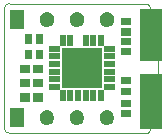
<source format=gbs>
G04 #@! TF.FileFunction,Soldermask,Bot*
%FSLAX46Y46*%
G04 Gerber Fmt 4.6, Leading zero omitted, Abs format (unit mm)*
G04 Created by KiCad (PCBNEW 4.0.2+e4-6225~38~ubuntu14.04.1-stable) date Wed Aug  3 13:30:16 2016*
%MOMM*%
G01*
G04 APERTURE LIST*
%ADD10C,0.350000*%
%ADD11C,0.050000*%
%ADD12C,0.100000*%
G04 APERTURE END LIST*
D10*
D11*
X17450000Y-18000000D02*
G75*
G03X17000000Y-18470000I10000J-460000D01*
G01*
X17000000Y-28550000D02*
G75*
G03X17470000Y-29000000I460000J10000D01*
G01*
X17000000Y-18480000D02*
X17000000Y-28530000D01*
X29000000Y-18000000D02*
X17460000Y-18000000D01*
X17460000Y-29000000D02*
X29000000Y-29000000D01*
X30000000Y-23500000D02*
X30000000Y-23370000D01*
X30000000Y-23370000D02*
X30000000Y-23230000D01*
X30000000Y-23230000D02*
X30000000Y-23100000D01*
X30000000Y-23100000D02*
X30000000Y-22960000D01*
X30000000Y-22960000D02*
X29990000Y-22830000D01*
X29990000Y-22830000D02*
X29990000Y-22690000D01*
X29990000Y-22690000D02*
X29990000Y-22560000D01*
X29990000Y-22560000D02*
X29980000Y-22430000D01*
X29980000Y-22430000D02*
X29980000Y-22290000D01*
X29980000Y-22290000D02*
X29970000Y-22160000D01*
X29970000Y-22160000D02*
X29960000Y-22030000D01*
X29960000Y-22030000D02*
X29960000Y-21900000D01*
X29960000Y-21900000D02*
X29950000Y-21770000D01*
X29950000Y-21770000D02*
X29940000Y-21650000D01*
X29940000Y-21650000D02*
X29930000Y-21520000D01*
X29930000Y-21520000D02*
X29920000Y-21400000D01*
X29920000Y-21400000D02*
X29910000Y-21270000D01*
X29910000Y-21270000D02*
X29900000Y-21150000D01*
X29900000Y-21150000D02*
X29890000Y-21030000D01*
X29890000Y-21030000D02*
X29880000Y-20910000D01*
X29880000Y-20910000D02*
X29870000Y-20790000D01*
X29870000Y-20790000D02*
X29860000Y-20670000D01*
X29860000Y-20670000D02*
X29840000Y-20560000D01*
X29840000Y-20560000D02*
X29830000Y-20440000D01*
X29830000Y-20440000D02*
X29820000Y-20330000D01*
X29820000Y-20330000D02*
X29800000Y-20220000D01*
X29800000Y-20220000D02*
X29790000Y-20120000D01*
X29790000Y-20120000D02*
X29770000Y-20010000D01*
X29770000Y-20010000D02*
X29760000Y-19910000D01*
X29760000Y-19910000D02*
X29740000Y-19810000D01*
X29740000Y-19810000D02*
X29720000Y-19710000D01*
X29720000Y-19710000D02*
X29710000Y-19610000D01*
X29710000Y-19610000D02*
X29690000Y-19520000D01*
X29690000Y-19520000D02*
X29670000Y-19420000D01*
X29670000Y-19420000D02*
X29650000Y-19340000D01*
X29650000Y-19340000D02*
X29630000Y-19250000D01*
X29630000Y-19250000D02*
X29620000Y-19160000D01*
X29620000Y-19160000D02*
X29600000Y-19080000D01*
X29600000Y-19080000D02*
X29580000Y-19000000D01*
X29580000Y-19000000D02*
X29560000Y-18930000D01*
X29560000Y-18930000D02*
X29530000Y-18850000D01*
X29530000Y-18850000D02*
X29510000Y-18780000D01*
X29510000Y-18780000D02*
X29490000Y-18710000D01*
X29490000Y-18710000D02*
X29470000Y-18650000D01*
X29470000Y-18650000D02*
X29450000Y-18590000D01*
X29450000Y-18590000D02*
X29430000Y-18530000D01*
X29430000Y-18530000D02*
X29410000Y-18470000D01*
X29410000Y-18470000D02*
X29380000Y-18420000D01*
X29380000Y-18420000D02*
X29360000Y-18370000D01*
X29360000Y-18370000D02*
X29340000Y-18320000D01*
X29340000Y-18320000D02*
X29310000Y-18280000D01*
X29310000Y-18280000D02*
X29290000Y-18240000D01*
X29290000Y-18240000D02*
X29270000Y-18200000D01*
X29270000Y-18200000D02*
X29240000Y-18160000D01*
X29240000Y-18160000D02*
X29220000Y-18130000D01*
X29220000Y-18130000D02*
X29200000Y-18110000D01*
X29200000Y-18110000D02*
X29170000Y-18080000D01*
X29170000Y-18080000D02*
X29150000Y-18060000D01*
X29150000Y-18060000D02*
X29120000Y-18040000D01*
X29120000Y-18040000D02*
X29100000Y-18030000D01*
X29100000Y-18030000D02*
X29070000Y-18010000D01*
X29070000Y-18010000D02*
X29050000Y-18010000D01*
X29050000Y-18010000D02*
X29020000Y-18000000D01*
X29020000Y-18000000D02*
X29000000Y-18000000D01*
X29000000Y-29000000D02*
X29020000Y-29000000D01*
X29020000Y-29000000D02*
X29050000Y-28990000D01*
X29050000Y-28990000D02*
X29070000Y-28990000D01*
X29070000Y-28990000D02*
X29100000Y-28970000D01*
X29100000Y-28970000D02*
X29120000Y-28960000D01*
X29120000Y-28960000D02*
X29150000Y-28940000D01*
X29150000Y-28940000D02*
X29170000Y-28920000D01*
X29170000Y-28920000D02*
X29200000Y-28890000D01*
X29200000Y-28890000D02*
X29220000Y-28870000D01*
X29220000Y-28870000D02*
X29240000Y-28840000D01*
X29240000Y-28840000D02*
X29270000Y-28800000D01*
X29270000Y-28800000D02*
X29290000Y-28760000D01*
X29290000Y-28760000D02*
X29310000Y-28720000D01*
X29310000Y-28720000D02*
X29340000Y-28680000D01*
X29340000Y-28680000D02*
X29360000Y-28630000D01*
X29360000Y-28630000D02*
X29380000Y-28580000D01*
X29380000Y-28580000D02*
X29410000Y-28530000D01*
X29410000Y-28530000D02*
X29430000Y-28470000D01*
X29430000Y-28470000D02*
X29450000Y-28410000D01*
X29450000Y-28410000D02*
X29470000Y-28350000D01*
X29470000Y-28350000D02*
X29490000Y-28290000D01*
X29490000Y-28290000D02*
X29510000Y-28220000D01*
X29510000Y-28220000D02*
X29530000Y-28150000D01*
X29530000Y-28150000D02*
X29560000Y-28070000D01*
X29560000Y-28070000D02*
X29580000Y-28000000D01*
X29580000Y-28000000D02*
X29600000Y-27920000D01*
X29600000Y-27920000D02*
X29620000Y-27840000D01*
X29620000Y-27840000D02*
X29630000Y-27750000D01*
X29630000Y-27750000D02*
X29650000Y-27660000D01*
X29650000Y-27660000D02*
X29670000Y-27580000D01*
X29670000Y-27580000D02*
X29690000Y-27480000D01*
X29690000Y-27480000D02*
X29710000Y-27390000D01*
X29710000Y-27390000D02*
X29720000Y-27290000D01*
X29720000Y-27290000D02*
X29740000Y-27190000D01*
X29740000Y-27190000D02*
X29760000Y-27090000D01*
X29760000Y-27090000D02*
X29770000Y-26990000D01*
X29770000Y-26990000D02*
X29790000Y-26880000D01*
X29790000Y-26880000D02*
X29800000Y-26780000D01*
X29800000Y-26780000D02*
X29820000Y-26670000D01*
X29820000Y-26670000D02*
X29830000Y-26560000D01*
X29830000Y-26560000D02*
X29840000Y-26440000D01*
X29840000Y-26440000D02*
X29860000Y-26330000D01*
X29860000Y-26330000D02*
X29870000Y-26210000D01*
X29870000Y-26210000D02*
X29880000Y-26090000D01*
X29880000Y-26090000D02*
X29890000Y-25970000D01*
X29890000Y-25970000D02*
X29900000Y-25850000D01*
X29900000Y-25850000D02*
X29910000Y-25730000D01*
X29910000Y-25730000D02*
X29920000Y-25600000D01*
X29920000Y-25600000D02*
X29930000Y-25480000D01*
X29930000Y-25480000D02*
X29940000Y-25350000D01*
X29940000Y-25350000D02*
X29950000Y-25230000D01*
X29950000Y-25230000D02*
X29960000Y-25100000D01*
X29960000Y-25100000D02*
X29960000Y-24970000D01*
X29960000Y-24970000D02*
X29970000Y-24840000D01*
X29970000Y-24840000D02*
X29980000Y-24710000D01*
X29980000Y-24710000D02*
X29980000Y-24570000D01*
X29980000Y-24570000D02*
X29990000Y-24440000D01*
X29990000Y-24440000D02*
X29990000Y-24310000D01*
X29990000Y-24310000D02*
X29990000Y-24170000D01*
X29990000Y-24170000D02*
X30000000Y-24040000D01*
X30000000Y-24040000D02*
X30000000Y-23900000D01*
X30000000Y-23900000D02*
X30000000Y-23770000D01*
X30000000Y-23770000D02*
X30000000Y-23630000D01*
X30000000Y-23630000D02*
X30000000Y-23500000D01*
D12*
G36*
X28500000Y-22750000D02*
X30250000Y-22750000D01*
X30250000Y-18500000D01*
X28500000Y-18500000D01*
X28500000Y-22750000D01*
X28500000Y-22750000D01*
G37*
X28500000Y-22750000D02*
X30250000Y-22750000D01*
X30250000Y-18500000D01*
X28500000Y-18500000D01*
X28500000Y-22750000D01*
G36*
X28500000Y-28500000D02*
X28500000Y-24000000D01*
X30250000Y-24000000D01*
X30250000Y-28500000D01*
X28500000Y-28500000D01*
X28500000Y-28500000D01*
G37*
X28500000Y-28500000D02*
X28500000Y-24000000D01*
X30250000Y-24000000D01*
X30250000Y-28500000D01*
X28500000Y-28500000D01*
D10*
G36*
X18673600Y-28416000D02*
X17446400Y-28416000D01*
X17446400Y-26884000D01*
X18673600Y-26884000D01*
X18673600Y-28416000D01*
X18673600Y-28416000D01*
G37*
G36*
X20723333Y-27045957D02*
X20723343Y-27045960D01*
X20723381Y-27045964D01*
X20837780Y-27081376D01*
X20943121Y-27138334D01*
X21035393Y-27214667D01*
X21111080Y-27307470D01*
X21167301Y-27413206D01*
X21201914Y-27527849D01*
X21213600Y-27647031D01*
X21213600Y-27652969D01*
X21213540Y-27661536D01*
X21200191Y-27780544D01*
X21163981Y-27894692D01*
X21106290Y-27999633D01*
X21029313Y-28091369D01*
X20935985Y-28166408D01*
X20829859Y-28221889D01*
X20714977Y-28255700D01*
X20714948Y-28255703D01*
X20714930Y-28255708D01*
X20595719Y-28266557D01*
X20476667Y-28254043D01*
X20476657Y-28254040D01*
X20476619Y-28254036D01*
X20362220Y-28218624D01*
X20256879Y-28161666D01*
X20164607Y-28085333D01*
X20088920Y-27992530D01*
X20032699Y-27886794D01*
X19998086Y-27772151D01*
X19986400Y-27652969D01*
X19986400Y-27647031D01*
X19986460Y-27638464D01*
X19999809Y-27519456D01*
X20036019Y-27405308D01*
X20093710Y-27300367D01*
X20170687Y-27208631D01*
X20264015Y-27133592D01*
X20370141Y-27078111D01*
X20485023Y-27044300D01*
X20485052Y-27044297D01*
X20485070Y-27044292D01*
X20604281Y-27033443D01*
X20723333Y-27045957D01*
X20723333Y-27045957D01*
G37*
G36*
X25803333Y-27045957D02*
X25803343Y-27045960D01*
X25803381Y-27045964D01*
X25917780Y-27081376D01*
X26023121Y-27138334D01*
X26115393Y-27214667D01*
X26191080Y-27307470D01*
X26247301Y-27413206D01*
X26281914Y-27527849D01*
X26293600Y-27647031D01*
X26293600Y-27652969D01*
X26293540Y-27661536D01*
X26280191Y-27780544D01*
X26243981Y-27894692D01*
X26186290Y-27999633D01*
X26109313Y-28091369D01*
X26015985Y-28166408D01*
X25909859Y-28221889D01*
X25794977Y-28255700D01*
X25794948Y-28255703D01*
X25794930Y-28255708D01*
X25675719Y-28266557D01*
X25556667Y-28254043D01*
X25556657Y-28254040D01*
X25556619Y-28254036D01*
X25442220Y-28218624D01*
X25336879Y-28161666D01*
X25244607Y-28085333D01*
X25168920Y-27992530D01*
X25112699Y-27886794D01*
X25078086Y-27772151D01*
X25066400Y-27652969D01*
X25066400Y-27647031D01*
X25066460Y-27638464D01*
X25079809Y-27519456D01*
X25116019Y-27405308D01*
X25173710Y-27300367D01*
X25250687Y-27208631D01*
X25344015Y-27133592D01*
X25450141Y-27078111D01*
X25565023Y-27044300D01*
X25565052Y-27044297D01*
X25565070Y-27044292D01*
X25684281Y-27033443D01*
X25803333Y-27045957D01*
X25803333Y-27045957D01*
G37*
G36*
X23263333Y-27045957D02*
X23263343Y-27045960D01*
X23263381Y-27045964D01*
X23377780Y-27081376D01*
X23483121Y-27138334D01*
X23575393Y-27214667D01*
X23651080Y-27307470D01*
X23707301Y-27413206D01*
X23741914Y-27527849D01*
X23753600Y-27647031D01*
X23753600Y-27652969D01*
X23753540Y-27661536D01*
X23740191Y-27780544D01*
X23703981Y-27894692D01*
X23646290Y-27999633D01*
X23569313Y-28091369D01*
X23475985Y-28166408D01*
X23369859Y-28221889D01*
X23254977Y-28255700D01*
X23254948Y-28255703D01*
X23254930Y-28255708D01*
X23135719Y-28266557D01*
X23016667Y-28254043D01*
X23016657Y-28254040D01*
X23016619Y-28254036D01*
X22902220Y-28218624D01*
X22796879Y-28161666D01*
X22704607Y-28085333D01*
X22628920Y-27992530D01*
X22572699Y-27886794D01*
X22538086Y-27772151D01*
X22526400Y-27652969D01*
X22526400Y-27647031D01*
X22526460Y-27638464D01*
X22539809Y-27519456D01*
X22576019Y-27405308D01*
X22633710Y-27300367D01*
X22710687Y-27208631D01*
X22804015Y-27133592D01*
X22910141Y-27078111D01*
X23025023Y-27044300D01*
X23025052Y-27044297D01*
X23025070Y-27044292D01*
X23144281Y-27033443D01*
X23263333Y-27045957D01*
X23263333Y-27045957D01*
G37*
G36*
X27700000Y-27650000D02*
X26900000Y-27650000D01*
X26900000Y-27050000D01*
X27700000Y-27050000D01*
X27700000Y-27650000D01*
X27700000Y-27650000D01*
G37*
G36*
X27700000Y-26750000D02*
X26900000Y-26750000D01*
X26900000Y-26150000D01*
X27700000Y-26150000D01*
X27700000Y-26750000D01*
X27700000Y-26750000D01*
G37*
G36*
X19175000Y-26300000D02*
X18375000Y-26300000D01*
X18375000Y-25600000D01*
X19175000Y-25600000D01*
X19175000Y-26300000D01*
X19175000Y-26300000D01*
G37*
G36*
X20275000Y-26300000D02*
X19475000Y-26300000D01*
X19475000Y-25600000D01*
X20275000Y-25600000D01*
X20275000Y-26300000D01*
X20275000Y-26300000D01*
G37*
G36*
X21725000Y-25250000D02*
X21726980Y-25263930D01*
X21732761Y-25276756D01*
X21741888Y-25287464D01*
X21753636Y-25295206D01*
X21767076Y-25299368D01*
X21775000Y-25300000D01*
X22200000Y-25300000D01*
X22200000Y-26250000D01*
X21700000Y-26250000D01*
X21700000Y-25375000D01*
X21698020Y-25361070D01*
X21692239Y-25348244D01*
X21683112Y-25337536D01*
X21671364Y-25329794D01*
X21657924Y-25325632D01*
X21650000Y-25325000D01*
X20775000Y-25325000D01*
X20775000Y-24825000D01*
X21725000Y-24825000D01*
X21725000Y-25250000D01*
X21725000Y-25250000D01*
G37*
G36*
X22850000Y-26250000D02*
X22350000Y-26250000D01*
X22350000Y-25300000D01*
X22850000Y-25300000D01*
X22850000Y-26250000D01*
X22850000Y-26250000D01*
G37*
G36*
X23500000Y-26250000D02*
X23000000Y-26250000D01*
X23000000Y-25300000D01*
X23500000Y-25300000D01*
X23500000Y-26250000D01*
X23500000Y-26250000D01*
G37*
G36*
X24150000Y-26250000D02*
X23650000Y-26250000D01*
X23650000Y-25300000D01*
X24150000Y-25300000D01*
X24150000Y-26250000D01*
X24150000Y-26250000D01*
G37*
G36*
X26375000Y-25325000D02*
X25500000Y-25325000D01*
X25486070Y-25326980D01*
X25473244Y-25332761D01*
X25462536Y-25341888D01*
X25454794Y-25353636D01*
X25450632Y-25367076D01*
X25450000Y-25375000D01*
X25450000Y-26250000D01*
X24950000Y-26250000D01*
X24950000Y-25300000D01*
X25375000Y-25300000D01*
X25388930Y-25298020D01*
X25401756Y-25292239D01*
X25412464Y-25283112D01*
X25420206Y-25271364D01*
X25424368Y-25257924D01*
X25425000Y-25250000D01*
X25425000Y-24825000D01*
X26375000Y-24825000D01*
X26375000Y-25325000D01*
X26375000Y-25325000D01*
G37*
G36*
X24800000Y-26250000D02*
X24300000Y-26250000D01*
X24300000Y-25300000D01*
X24800000Y-25300000D01*
X24800000Y-26250000D01*
X24800000Y-26250000D01*
G37*
G36*
X27700000Y-25750000D02*
X26900000Y-25750000D01*
X26900000Y-25150000D01*
X27700000Y-25150000D01*
X27700000Y-25750000D01*
X27700000Y-25750000D01*
G37*
G36*
X25275000Y-25150000D02*
X21875000Y-25150000D01*
X21875000Y-21750000D01*
X25275000Y-21750000D01*
X25275000Y-25150000D01*
X25275000Y-25150000D01*
G37*
G36*
X19175000Y-25100000D02*
X18375000Y-25100000D01*
X18375000Y-24400000D01*
X19175000Y-24400000D01*
X19175000Y-25100000D01*
X19175000Y-25100000D01*
G37*
G36*
X20275000Y-25100000D02*
X19475000Y-25100000D01*
X19475000Y-24400000D01*
X20275000Y-24400000D01*
X20275000Y-25100000D01*
X20275000Y-25100000D01*
G37*
G36*
X27700000Y-24850000D02*
X26900000Y-24850000D01*
X26900000Y-24250000D01*
X27700000Y-24250000D01*
X27700000Y-24850000D01*
X27700000Y-24850000D01*
G37*
G36*
X21725000Y-24675000D02*
X20775000Y-24675000D01*
X20775000Y-24175000D01*
X21725000Y-24175000D01*
X21725000Y-24675000D01*
X21725000Y-24675000D01*
G37*
G36*
X26375000Y-24675000D02*
X25425000Y-24675000D01*
X25425000Y-24175000D01*
X26375000Y-24175000D01*
X26375000Y-24675000D01*
X26375000Y-24675000D01*
G37*
G36*
X26375000Y-24025000D02*
X25425000Y-24025000D01*
X25425000Y-23525000D01*
X26375000Y-23525000D01*
X26375000Y-24025000D01*
X26375000Y-24025000D01*
G37*
G36*
X21725000Y-24025000D02*
X20775000Y-24025000D01*
X20775000Y-23525000D01*
X21725000Y-23525000D01*
X21725000Y-24025000D01*
X21725000Y-24025000D01*
G37*
G36*
X20275000Y-23900000D02*
X19475000Y-23900000D01*
X19475000Y-23200000D01*
X20275000Y-23200000D01*
X20275000Y-23900000D01*
X20275000Y-23900000D01*
G37*
G36*
X19175000Y-23900000D02*
X18375000Y-23900000D01*
X18375000Y-23200000D01*
X19175000Y-23200000D01*
X19175000Y-23900000D01*
X19175000Y-23900000D01*
G37*
G36*
X26375000Y-23375000D02*
X25425000Y-23375000D01*
X25425000Y-22875000D01*
X26375000Y-22875000D01*
X26375000Y-23375000D01*
X26375000Y-23375000D01*
G37*
G36*
X21725000Y-23375000D02*
X20775000Y-23375000D01*
X20775000Y-22875000D01*
X21725000Y-22875000D01*
X21725000Y-23375000D01*
X21725000Y-23375000D01*
G37*
G36*
X26375000Y-22725000D02*
X25425000Y-22725000D01*
X25425000Y-22225000D01*
X26375000Y-22225000D01*
X26375000Y-22725000D01*
X26375000Y-22725000D01*
G37*
G36*
X21725000Y-22725000D02*
X20775000Y-22725000D01*
X20775000Y-22225000D01*
X21725000Y-22225000D01*
X21725000Y-22725000D01*
X21725000Y-22725000D01*
G37*
G36*
X19350000Y-22700000D02*
X18750000Y-22700000D01*
X18750000Y-21900000D01*
X19350000Y-21900000D01*
X19350000Y-22700000D01*
X19350000Y-22700000D01*
G37*
G36*
X20250000Y-22700000D02*
X19650000Y-22700000D01*
X19650000Y-21900000D01*
X20250000Y-21900000D01*
X20250000Y-22700000D01*
X20250000Y-22700000D01*
G37*
G36*
X27700000Y-22400000D02*
X26900000Y-22400000D01*
X26900000Y-21800000D01*
X27700000Y-21800000D01*
X27700000Y-22400000D01*
X27700000Y-22400000D01*
G37*
G36*
X22200000Y-21600000D02*
X21775000Y-21600000D01*
X21761070Y-21601980D01*
X21748244Y-21607761D01*
X21737536Y-21616888D01*
X21729794Y-21628636D01*
X21725632Y-21642076D01*
X21725000Y-21650000D01*
X21725000Y-22075000D01*
X20775000Y-22075000D01*
X20775000Y-21575000D01*
X21650000Y-21575000D01*
X21663930Y-21573020D01*
X21676756Y-21567239D01*
X21687464Y-21558112D01*
X21695206Y-21546364D01*
X21699368Y-21532924D01*
X21700000Y-21525000D01*
X21700000Y-20650000D01*
X22200000Y-20650000D01*
X22200000Y-21600000D01*
X22200000Y-21600000D01*
G37*
G36*
X25450000Y-21525000D02*
X25451980Y-21538930D01*
X25457761Y-21551756D01*
X25466888Y-21562464D01*
X25478636Y-21570206D01*
X25492076Y-21574368D01*
X25500000Y-21575000D01*
X26375000Y-21575000D01*
X26375000Y-22075000D01*
X25425000Y-22075000D01*
X25425000Y-21650000D01*
X25423020Y-21636070D01*
X25417239Y-21623244D01*
X25408112Y-21612536D01*
X25396364Y-21604794D01*
X25382924Y-21600632D01*
X25375000Y-21600000D01*
X24950000Y-21600000D01*
X24950000Y-20650000D01*
X25450000Y-20650000D01*
X25450000Y-21525000D01*
X25450000Y-21525000D01*
G37*
G36*
X24150000Y-21600000D02*
X23650000Y-21600000D01*
X23650000Y-20650000D01*
X24150000Y-20650000D01*
X24150000Y-21600000D01*
X24150000Y-21600000D01*
G37*
G36*
X24800000Y-21600000D02*
X24300000Y-21600000D01*
X24300000Y-20650000D01*
X24800000Y-20650000D01*
X24800000Y-21600000D01*
X24800000Y-21600000D01*
G37*
G36*
X22850000Y-21600000D02*
X22350000Y-21600000D01*
X22350000Y-20650000D01*
X22850000Y-20650000D01*
X22850000Y-21600000D01*
X22850000Y-21600000D01*
G37*
G36*
X27700000Y-21500000D02*
X26900000Y-21500000D01*
X26900000Y-20900000D01*
X27700000Y-20900000D01*
X27700000Y-21500000D01*
X27700000Y-21500000D01*
G37*
G36*
X20250000Y-21400000D02*
X19650000Y-21400000D01*
X19650000Y-20600000D01*
X20250000Y-20600000D01*
X20250000Y-21400000D01*
X20250000Y-21400000D01*
G37*
G36*
X19350000Y-21400000D02*
X18750000Y-21400000D01*
X18750000Y-20600000D01*
X19350000Y-20600000D01*
X19350000Y-21400000D01*
X19350000Y-21400000D01*
G37*
G36*
X27700000Y-20710000D02*
X26900000Y-20710000D01*
X26900000Y-20110000D01*
X27700000Y-20110000D01*
X27700000Y-20710000D01*
X27700000Y-20710000D01*
G37*
G36*
X18683600Y-20116000D02*
X17456400Y-20116000D01*
X17456400Y-18584000D01*
X18683600Y-18584000D01*
X18683600Y-20116000D01*
X18683600Y-20116000D01*
G37*
G36*
X20733333Y-18745957D02*
X20733343Y-18745960D01*
X20733381Y-18745964D01*
X20847780Y-18781376D01*
X20953121Y-18838334D01*
X21045393Y-18914667D01*
X21121080Y-19007470D01*
X21177301Y-19113206D01*
X21211914Y-19227849D01*
X21223600Y-19347031D01*
X21223600Y-19352969D01*
X21223540Y-19361536D01*
X21210191Y-19480544D01*
X21173981Y-19594692D01*
X21116290Y-19699633D01*
X21039313Y-19791369D01*
X20945985Y-19866408D01*
X20839859Y-19921889D01*
X20724977Y-19955700D01*
X20724948Y-19955703D01*
X20724930Y-19955708D01*
X20605719Y-19966557D01*
X20486667Y-19954043D01*
X20486657Y-19954040D01*
X20486619Y-19954036D01*
X20372220Y-19918624D01*
X20266879Y-19861666D01*
X20174607Y-19785333D01*
X20098920Y-19692530D01*
X20042699Y-19586794D01*
X20008086Y-19472151D01*
X19996400Y-19352969D01*
X19996400Y-19347031D01*
X19996460Y-19338464D01*
X20009809Y-19219456D01*
X20046019Y-19105308D01*
X20103710Y-19000367D01*
X20180687Y-18908631D01*
X20274015Y-18833592D01*
X20380141Y-18778111D01*
X20495023Y-18744300D01*
X20495052Y-18744297D01*
X20495070Y-18744292D01*
X20614281Y-18733443D01*
X20733333Y-18745957D01*
X20733333Y-18745957D01*
G37*
G36*
X23273333Y-18745957D02*
X23273343Y-18745960D01*
X23273381Y-18745964D01*
X23387780Y-18781376D01*
X23493121Y-18838334D01*
X23585393Y-18914667D01*
X23661080Y-19007470D01*
X23717301Y-19113206D01*
X23751914Y-19227849D01*
X23763600Y-19347031D01*
X23763600Y-19352969D01*
X23763540Y-19361536D01*
X23750191Y-19480544D01*
X23713981Y-19594692D01*
X23656290Y-19699633D01*
X23579313Y-19791369D01*
X23485985Y-19866408D01*
X23379859Y-19921889D01*
X23264977Y-19955700D01*
X23264948Y-19955703D01*
X23264930Y-19955708D01*
X23145719Y-19966557D01*
X23026667Y-19954043D01*
X23026657Y-19954040D01*
X23026619Y-19954036D01*
X22912220Y-19918624D01*
X22806879Y-19861666D01*
X22714607Y-19785333D01*
X22638920Y-19692530D01*
X22582699Y-19586794D01*
X22548086Y-19472151D01*
X22536400Y-19352969D01*
X22536400Y-19347031D01*
X22536460Y-19338464D01*
X22549809Y-19219456D01*
X22586019Y-19105308D01*
X22643710Y-19000367D01*
X22720687Y-18908631D01*
X22814015Y-18833592D01*
X22920141Y-18778111D01*
X23035023Y-18744300D01*
X23035052Y-18744297D01*
X23035070Y-18744292D01*
X23154281Y-18733443D01*
X23273333Y-18745957D01*
X23273333Y-18745957D01*
G37*
G36*
X25813333Y-18745957D02*
X25813343Y-18745960D01*
X25813381Y-18745964D01*
X25927780Y-18781376D01*
X26033121Y-18838334D01*
X26125393Y-18914667D01*
X26201080Y-19007470D01*
X26257301Y-19113206D01*
X26291914Y-19227849D01*
X26303600Y-19347031D01*
X26303600Y-19352969D01*
X26303540Y-19361536D01*
X26290191Y-19480544D01*
X26253981Y-19594692D01*
X26196290Y-19699633D01*
X26119313Y-19791369D01*
X26025985Y-19866408D01*
X25919859Y-19921889D01*
X25804977Y-19955700D01*
X25804948Y-19955703D01*
X25804930Y-19955708D01*
X25685719Y-19966557D01*
X25566667Y-19954043D01*
X25566657Y-19954040D01*
X25566619Y-19954036D01*
X25452220Y-19918624D01*
X25346879Y-19861666D01*
X25254607Y-19785333D01*
X25178920Y-19692530D01*
X25122699Y-19586794D01*
X25088086Y-19472151D01*
X25076400Y-19352969D01*
X25076400Y-19347031D01*
X25076460Y-19338464D01*
X25089809Y-19219456D01*
X25126019Y-19105308D01*
X25183710Y-19000367D01*
X25260687Y-18908631D01*
X25354015Y-18833592D01*
X25460141Y-18778111D01*
X25575023Y-18744300D01*
X25575052Y-18744297D01*
X25575070Y-18744292D01*
X25694281Y-18733443D01*
X25813333Y-18745957D01*
X25813333Y-18745957D01*
G37*
G36*
X27700000Y-19810000D02*
X26900000Y-19810000D01*
X26900000Y-19210000D01*
X27700000Y-19210000D01*
X27700000Y-19810000D01*
X27700000Y-19810000D01*
G37*
M02*

</source>
